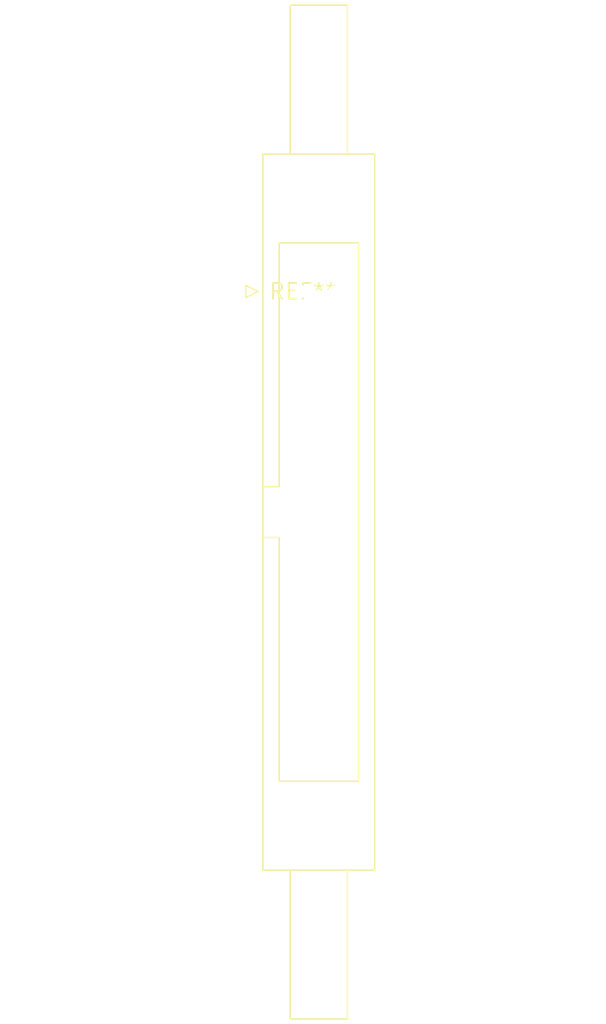
<source format=kicad_pcb>
(kicad_pcb (version 20240108) (generator pcbnew)
  (layers (0 "F.Cu" signal) (31 "B.Cu" signal) (34 "B.Paste" user) (35 "F.Paste" user) (36 "B.SilkS" user "B.Silkscreen") (37 "F.SilkS" user "F.Silkscreen") (38 "B.Mask" user) (39 "F.Mask" user) (44 "Edge.Cuts" user))
  (net 0 "")
  (footprint "IDC-Header_2x15_P2.54mm_Latch12.0mm_Vertical" (layer "F.Cu") (at 0 0)
    (property "Reference" "REF**")
    (property "Value" "IDC-Header_2x15_P2.54mm_Latch12.0mm_Vertical")
    (fp_line (start -4.63 -0.5) (end -4.63 0.5) (layer "F.SilkS") (stroke (width 0.12)))
    (fp_line (start -4.63 0.5) (end -3.63 0) (layer "F.SilkS") (stroke (width 0.12)))
    (fp_line (start -3.63 0) (end -4.63 -0.5) (layer "F.SilkS") (stroke (width 0.12)))
    (fp_line (start -3.24 -11.08) (end 5.78 -11.08) (layer "F.SilkS") (stroke (width 0.12)))
    (fp_line (start -3.24 15.73) (end -1.93 15.73) (layer "F.SilkS") (stroke (width 0.12)))
    (fp_line (start -3.24 46.64) (end -3.24 -11.08) (layer "F.SilkS") (stroke (width 0.12)))
    (fp_line (start -1.93 -3.92) (end 4.47 -3.92) (layer "F.SilkS") (stroke (width 0.12)))
    (fp_line (start -1.93 15.73) (end -1.93 -3.92) (layer "F.SilkS") (stroke (width 0.12)))
    (fp_line (start -1.93 19.83) (end -3.24 19.83) (layer "F.SilkS") (stroke (width 0.12)))
    (fp_line (start -1.93 19.83) (end -1.93 19.83) (layer "F.SilkS") (stroke (width 0.12)))
    (fp_line (start -1.93 39.48) (end -1.93 19.83) (layer "F.SilkS") (stroke (width 0.12)))
    (fp_line (start -1.04 -23.08) (end 3.58 -23.08) (layer "F.SilkS") (stroke (width 0.12)))
    (fp_line (start -1.04 -11.08) (end -1.04 -23.08) (layer "F.SilkS") (stroke (width 0.12)))
    (fp_line (start -1.04 46.64) (end -1.04 58.64) (layer "F.SilkS") (stroke (width 0.12)))
    (fp_line (start -1.04 58.64) (end 3.58 58.64) (layer "F.SilkS") (stroke (width 0.12)))
    (fp_line (start 3.58 -23.08) (end 3.58 -11.08) (layer "F.SilkS") (stroke (width 0.12)))
    (fp_line (start 3.58 58.64) (end 3.58 46.64) (layer "F.SilkS") (stroke (width 0.12)))
    (fp_line (start 4.47 -3.92) (end 4.47 39.48) (layer "F.SilkS") (stroke (width 0.12)))
    (fp_line (start 4.47 39.48) (end -1.93 39.48) (layer "F.SilkS") (stroke (width 0.12)))
    (fp_line (start 5.78 -11.08) (end 5.78 46.64) (layer "F.SilkS") (stroke (width 0.12)))
    (fp_line (start 5.78 46.64) (end -3.24 46.64) (layer "F.SilkS") (stroke (width 0.12)))
    (pad "1" thru_hole roundrect (at 0 0) (size 1.7 1.7) (drill 1) (layers *.Cu *.Mask) (remove_unused_layers) (roundrect_rratio 0.147059))
    (pad "2" thru_hole circle (at 2.54 0) (size 1.7 1.7) (drill 1) (layers *.Cu *.Mask) (remove_unused_layers))
    (pad "3" thru_hole circle (at 0 2.54) (size 1.7 1.7) (drill 1) (layers *.Cu *.Mask) (remove_unused_layers))
    (pad "4" thru_hole circle (at 2.54 2.54) (size 1.7 1.7) (drill 1) (layers *.Cu *.Mask) (remove_unused_layers))
    (pad "5" thru_hole circle (at 0 5.08) (size 1.7 1.7) (drill 1) (layers *.Cu *.Mask) (remove_unused_layers))
    (pad "6" thru_hole circle (at 2.54 5.08) (size 1.7 1.7) (drill 1) (layers *.Cu *.Mask) (remove_unused_layers))
    (pad "7" thru_hole circle (at 0 7.62) (size 1.7 1.7) (drill 1) (layers *.Cu *.Mask) (remove_unused_layers))
    (pad "8" thru_hole circle (at 2.54 7.62) (size 1.7 1.7) (drill 1) (layers *.Cu *.Mask) (remove_unused_layers))
    (pad "9" thru_hole circle (at 0 10.16) (size 1.7 1.7) (drill 1) (layers *.Cu *.Mask) (remove_unused_layers))
    (pad "10" thru_hole circle (at 2.54 10.16) (size 1.7 1.7) (drill 1) (layers *.Cu *.Mask) (remove_unused_layers))
    (pad "11" thru_hole circle (at 0 12.7) (size 1.7 1.7) (drill 1) (layers *.Cu *.Mask) (remove_unused_layers))
    (pad "12" thru_hole circle (at 2.54 12.7) (size 1.7 1.7) (drill 1) (layers *.Cu *.Mask) (remove_unused_layers))
    (pad "13" thru_hole circle (at 0 15.24) (size 1.7 1.7) (drill 1) (layers *.Cu *.Mask) (remove_unused_layers))
    (pad "14" thru_hole circle (at 2.54 15.24) (size 1.7 1.7) (drill 1) (layers *.Cu *.Mask) (remove_unused_layers))
    (pad "15" thru_hole circle (at 0 17.78) (size 1.7 1.7) (drill 1) (layers *.Cu *.Mask) (remove_unused_layers))
    (pad "16" thru_hole circle (at 2.54 17.78) (size 1.7 1.7) (drill 1) (layers *.Cu *.Mask) (remove_unused_layers))
    (pad "17" thru_hole circle (at 0 20.32) (size 1.7 1.7) (drill 1) (layers *.Cu *.Mask) (remove_unused_layers))
    (pad "18" thru_hole circle (at 2.54 20.32) (size 1.7 1.7) (drill 1) (layers *.Cu *.Mask) (remove_unused_layers))
    (pad "19" thru_hole circle (at 0 22.86) (size 1.7 1.7) (drill 1) (layers *.Cu *.Mask) (remove_unused_layers))
    (pad "20" thru_hole circle (at 2.54 22.86) (size 1.7 1.7) (drill 1) (layers *.Cu *.Mask) (remove_unused_layers))
    (pad "21" thru_hole circle (at 0 25.4) (size 1.7 1.7) (drill 1) (layers *.Cu *.Mask) (remove_unused_layers))
    (pad "22" thru_hole circle (at 2.54 25.4) (size 1.7 1.7) (drill 1) (layers *.Cu *.Mask) (remove_unused_layers))
    (pad "23" thru_hole circle (at 0 27.94) (size 1.7 1.7) (drill 1) (layers *.Cu *.Mask) (remove_unused_layers))
    (pad "24" thru_hole circle (at 2.54 27.94) (size 1.7 1.7) (drill 1) (layers *.Cu *.Mask) (remove_unused_layers))
    (pad "25" thru_hole circle (at 0 30.48) (size 1.7 1.7) (drill 1) (layers *.Cu *.Mask) (remove_unused_layers))
    (pad "26" thru_hole circle (at 2.54 30.48) (size 1.7 1.7) (drill 1) (layers *.Cu *.Mask) (remove_unused_layers))
    (pad "27" thru_hole circle (at 0 33.02) (size 1.7 1.7) (drill 1) (layers *.Cu *.Mask) (remove_unused_layers))
    (pad "28" thru_hole circle (at 2.54 33.02) (size 1.7 1.7) (drill 1) (layers *.Cu *.Mask) (remove_unused_layers))
    (pad "29" thru_hole circle (at 0 35.56) (size 1.7 1.7) (drill 1) (layers *.Cu *.Mask) (remove_unused_layers))
    (pad "30" thru_hole circle (at 2.54 35.56) (size 1.7 1.7) (drill 1) (layers *.Cu *.Mask) (remove_unused_layers))
  )
)
</source>
